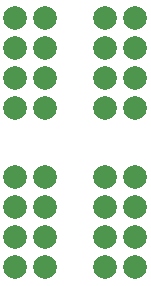
<source format=gbs>
%TF.GenerationSoftware,KiCad,Pcbnew,5.1.6-c6e7f7d~86~ubuntu18.04.1*%
%TF.CreationDate,2020-07-28T10:33:50+01:00*%
%TF.ProjectId,cortex-debug,636f7274-6578-42d6-9465-6275672e6b69,rev?*%
%TF.SameCoordinates,Original*%
%TF.FileFunction,Soldermask,Bot*%
%TF.FilePolarity,Negative*%
%FSLAX46Y46*%
G04 Gerber Fmt 4.6, Leading zero omitted, Abs format (unit mm)*
G04 Created by KiCad (PCBNEW 5.1.6-c6e7f7d~86~ubuntu18.04.1) date 2020-07-28 10:33:50*
%MOMM*%
%LPD*%
G01*
G04 APERTURE LIST*
%ADD10C,2.000000*%
G04 APERTURE END LIST*
D10*
%TO.C,J6*%
X110490000Y-66929000D03*
X107950000Y-66929000D03*
X110490000Y-64389000D03*
X107950000Y-64389000D03*
X110490000Y-61849000D03*
X107950000Y-61849000D03*
X110490000Y-59309000D03*
X107950000Y-59309000D03*
%TD*%
%TO.C,J5*%
X100330000Y-59309000D03*
X102870000Y-59309000D03*
X100330000Y-61849000D03*
X102870000Y-61849000D03*
X100330000Y-64389000D03*
X102870000Y-64389000D03*
X100330000Y-66929000D03*
X102870000Y-66929000D03*
%TD*%
%TO.C,J2*%
X110490000Y-80391000D03*
X107950000Y-80391000D03*
X110490000Y-77851000D03*
X107950000Y-77851000D03*
X110490000Y-75311000D03*
X107950000Y-75311000D03*
X110490000Y-72771000D03*
X107950000Y-72771000D03*
%TD*%
%TO.C,J1*%
X102870000Y-80391000D03*
X100330000Y-80391000D03*
X102870000Y-77851000D03*
X100330000Y-77851000D03*
X102870000Y-75311000D03*
X100330000Y-75311000D03*
X102870000Y-72771000D03*
X100330000Y-72771000D03*
%TD*%
M02*

</source>
